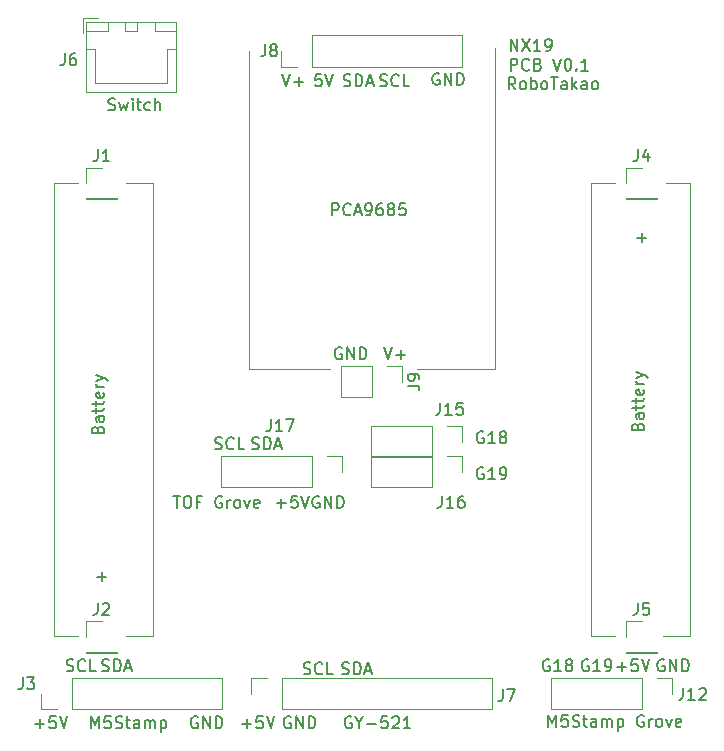
<source format=gbr>
G04 #@! TF.GenerationSoftware,KiCad,Pcbnew,(5.1.4-0-10_14)*
G04 #@! TF.CreationDate,2022-11-21T22:36:57+09:00*
G04 #@! TF.ProjectId,NX19,4e583139-2e6b-4696-9361-645f70636258,rev?*
G04 #@! TF.SameCoordinates,Original*
G04 #@! TF.FileFunction,Legend,Top*
G04 #@! TF.FilePolarity,Positive*
%FSLAX46Y46*%
G04 Gerber Fmt 4.6, Leading zero omitted, Abs format (unit mm)*
G04 Created by KiCad (PCBNEW (5.1.4-0-10_14)) date 2022-11-21 22:36:57*
%MOMM*%
%LPD*%
G04 APERTURE LIST*
%ADD10C,0.150000*%
%ADD11C,0.120000*%
G04 APERTURE END LIST*
D10*
X168529095Y-117610000D02*
X168433857Y-117562380D01*
X168291000Y-117562380D01*
X168148142Y-117610000D01*
X168052904Y-117705238D01*
X168005285Y-117800476D01*
X167957666Y-117990952D01*
X167957666Y-118133809D01*
X168005285Y-118324285D01*
X168052904Y-118419523D01*
X168148142Y-118514761D01*
X168291000Y-118562380D01*
X168386238Y-118562380D01*
X168529095Y-118514761D01*
X168576714Y-118467142D01*
X168576714Y-118133809D01*
X168386238Y-118133809D01*
X169005285Y-118562380D02*
X169005285Y-117562380D01*
X169576714Y-118562380D01*
X169576714Y-117562380D01*
X170052904Y-118562380D02*
X170052904Y-117562380D01*
X170291000Y-117562380D01*
X170433857Y-117610000D01*
X170529095Y-117705238D01*
X170576714Y-117800476D01*
X170624333Y-117990952D01*
X170624333Y-118133809D01*
X170576714Y-118324285D01*
X170529095Y-118419523D01*
X170433857Y-118514761D01*
X170291000Y-118562380D01*
X170052904Y-118562380D01*
X164576285Y-118181428D02*
X165338190Y-118181428D01*
X164957238Y-118562380D02*
X164957238Y-117800476D01*
X166290571Y-117562380D02*
X165814380Y-117562380D01*
X165766761Y-118038571D01*
X165814380Y-117990952D01*
X165909619Y-117943333D01*
X166147714Y-117943333D01*
X166242952Y-117990952D01*
X166290571Y-118038571D01*
X166338190Y-118133809D01*
X166338190Y-118371904D01*
X166290571Y-118467142D01*
X166242952Y-118514761D01*
X166147714Y-118562380D01*
X165909619Y-118562380D01*
X165814380Y-118514761D01*
X165766761Y-118467142D01*
X166623904Y-117562380D02*
X166957238Y-118562380D01*
X167290571Y-117562380D01*
X126992523Y-103719380D02*
X127563952Y-103719380D01*
X127278238Y-104719380D02*
X127278238Y-103719380D01*
X128087761Y-103719380D02*
X128278238Y-103719380D01*
X128373476Y-103767000D01*
X128468714Y-103862238D01*
X128516333Y-104052714D01*
X128516333Y-104386047D01*
X128468714Y-104576523D01*
X128373476Y-104671761D01*
X128278238Y-104719380D01*
X128087761Y-104719380D01*
X127992523Y-104671761D01*
X127897285Y-104576523D01*
X127849666Y-104386047D01*
X127849666Y-104052714D01*
X127897285Y-103862238D01*
X127992523Y-103767000D01*
X128087761Y-103719380D01*
X129278238Y-104195571D02*
X128944904Y-104195571D01*
X128944904Y-104719380D02*
X128944904Y-103719380D01*
X129421095Y-103719380D01*
X131087761Y-103767000D02*
X130992523Y-103719380D01*
X130849666Y-103719380D01*
X130706809Y-103767000D01*
X130611571Y-103862238D01*
X130563952Y-103957476D01*
X130516333Y-104147952D01*
X130516333Y-104290809D01*
X130563952Y-104481285D01*
X130611571Y-104576523D01*
X130706809Y-104671761D01*
X130849666Y-104719380D01*
X130944904Y-104719380D01*
X131087761Y-104671761D01*
X131135380Y-104624142D01*
X131135380Y-104290809D01*
X130944904Y-104290809D01*
X131563952Y-104719380D02*
X131563952Y-104052714D01*
X131563952Y-104243190D02*
X131611571Y-104147952D01*
X131659190Y-104100333D01*
X131754428Y-104052714D01*
X131849666Y-104052714D01*
X132325857Y-104719380D02*
X132230619Y-104671761D01*
X132183000Y-104624142D01*
X132135380Y-104528904D01*
X132135380Y-104243190D01*
X132183000Y-104147952D01*
X132230619Y-104100333D01*
X132325857Y-104052714D01*
X132468714Y-104052714D01*
X132563952Y-104100333D01*
X132611571Y-104147952D01*
X132659190Y-104243190D01*
X132659190Y-104528904D01*
X132611571Y-104624142D01*
X132563952Y-104671761D01*
X132468714Y-104719380D01*
X132325857Y-104719380D01*
X132992523Y-104052714D02*
X133230619Y-104719380D01*
X133468714Y-104052714D01*
X134230619Y-104671761D02*
X134135380Y-104719380D01*
X133944904Y-104719380D01*
X133849666Y-104671761D01*
X133802047Y-104576523D01*
X133802047Y-104195571D01*
X133849666Y-104100333D01*
X133944904Y-104052714D01*
X134135380Y-104052714D01*
X134230619Y-104100333D01*
X134278238Y-104195571D01*
X134278238Y-104290809D01*
X133802047Y-104386047D01*
X130508523Y-99718761D02*
X130651380Y-99766380D01*
X130889476Y-99766380D01*
X130984714Y-99718761D01*
X131032333Y-99671142D01*
X131079952Y-99575904D01*
X131079952Y-99480666D01*
X131032333Y-99385428D01*
X130984714Y-99337809D01*
X130889476Y-99290190D01*
X130699000Y-99242571D01*
X130603761Y-99194952D01*
X130556142Y-99147333D01*
X130508523Y-99052095D01*
X130508523Y-98956857D01*
X130556142Y-98861619D01*
X130603761Y-98814000D01*
X130699000Y-98766380D01*
X130937095Y-98766380D01*
X131079952Y-98814000D01*
X132079952Y-99671142D02*
X132032333Y-99718761D01*
X131889476Y-99766380D01*
X131794238Y-99766380D01*
X131651380Y-99718761D01*
X131556142Y-99623523D01*
X131508523Y-99528285D01*
X131460904Y-99337809D01*
X131460904Y-99194952D01*
X131508523Y-99004476D01*
X131556142Y-98909238D01*
X131651380Y-98814000D01*
X131794238Y-98766380D01*
X131889476Y-98766380D01*
X132032333Y-98814000D01*
X132079952Y-98861619D01*
X132984714Y-99766380D02*
X132508523Y-99766380D01*
X132508523Y-98766380D01*
X133659714Y-99718761D02*
X133802571Y-99766380D01*
X134040666Y-99766380D01*
X134135904Y-99718761D01*
X134183523Y-99671142D01*
X134231142Y-99575904D01*
X134231142Y-99480666D01*
X134183523Y-99385428D01*
X134135904Y-99337809D01*
X134040666Y-99290190D01*
X133850190Y-99242571D01*
X133754952Y-99194952D01*
X133707333Y-99147333D01*
X133659714Y-99052095D01*
X133659714Y-98956857D01*
X133707333Y-98861619D01*
X133754952Y-98814000D01*
X133850190Y-98766380D01*
X134088285Y-98766380D01*
X134231142Y-98814000D01*
X134659714Y-99766380D02*
X134659714Y-98766380D01*
X134897809Y-98766380D01*
X135040666Y-98814000D01*
X135135904Y-98909238D01*
X135183523Y-99004476D01*
X135231142Y-99194952D01*
X135231142Y-99337809D01*
X135183523Y-99528285D01*
X135135904Y-99623523D01*
X135040666Y-99718761D01*
X134897809Y-99766380D01*
X134659714Y-99766380D01*
X135612095Y-99480666D02*
X136088285Y-99480666D01*
X135516857Y-99766380D02*
X135850190Y-98766380D01*
X136183523Y-99766380D01*
X135747285Y-104338428D02*
X136509190Y-104338428D01*
X136128238Y-104719380D02*
X136128238Y-103957476D01*
X137461571Y-103719380D02*
X136985380Y-103719380D01*
X136937761Y-104195571D01*
X136985380Y-104147952D01*
X137080619Y-104100333D01*
X137318714Y-104100333D01*
X137413952Y-104147952D01*
X137461571Y-104195571D01*
X137509190Y-104290809D01*
X137509190Y-104528904D01*
X137461571Y-104624142D01*
X137413952Y-104671761D01*
X137318714Y-104719380D01*
X137080619Y-104719380D01*
X136985380Y-104671761D01*
X136937761Y-104624142D01*
X137794904Y-103719380D02*
X138128238Y-104719380D01*
X138461571Y-103719380D01*
X139319095Y-103767000D02*
X139223857Y-103719380D01*
X139081000Y-103719380D01*
X138938142Y-103767000D01*
X138842904Y-103862238D01*
X138795285Y-103957476D01*
X138747666Y-104147952D01*
X138747666Y-104290809D01*
X138795285Y-104481285D01*
X138842904Y-104576523D01*
X138938142Y-104671761D01*
X139081000Y-104719380D01*
X139176238Y-104719380D01*
X139319095Y-104671761D01*
X139366714Y-104624142D01*
X139366714Y-104290809D01*
X139176238Y-104290809D01*
X139795285Y-104719380D02*
X139795285Y-103719380D01*
X140366714Y-104719380D01*
X140366714Y-103719380D01*
X140842904Y-104719380D02*
X140842904Y-103719380D01*
X141081000Y-103719380D01*
X141223857Y-103767000D01*
X141319095Y-103862238D01*
X141366714Y-103957476D01*
X141414333Y-104147952D01*
X141414333Y-104290809D01*
X141366714Y-104481285D01*
X141319095Y-104576523D01*
X141223857Y-104671761D01*
X141081000Y-104719380D01*
X140842904Y-104719380D01*
X149479095Y-67953000D02*
X149383857Y-67905380D01*
X149241000Y-67905380D01*
X149098142Y-67953000D01*
X149002904Y-68048238D01*
X148955285Y-68143476D01*
X148907666Y-68333952D01*
X148907666Y-68476809D01*
X148955285Y-68667285D01*
X149002904Y-68762523D01*
X149098142Y-68857761D01*
X149241000Y-68905380D01*
X149336238Y-68905380D01*
X149479095Y-68857761D01*
X149526714Y-68810142D01*
X149526714Y-68476809D01*
X149336238Y-68476809D01*
X149955285Y-68905380D02*
X149955285Y-67905380D01*
X150526714Y-68905380D01*
X150526714Y-67905380D01*
X151002904Y-68905380D02*
X151002904Y-67905380D01*
X151241000Y-67905380D01*
X151383857Y-67953000D01*
X151479095Y-68048238D01*
X151526714Y-68143476D01*
X151574333Y-68333952D01*
X151574333Y-68476809D01*
X151526714Y-68667285D01*
X151479095Y-68762523D01*
X151383857Y-68857761D01*
X151241000Y-68905380D01*
X151002904Y-68905380D01*
X144478523Y-68984761D02*
X144621380Y-69032380D01*
X144859476Y-69032380D01*
X144954714Y-68984761D01*
X145002333Y-68937142D01*
X145049952Y-68841904D01*
X145049952Y-68746666D01*
X145002333Y-68651428D01*
X144954714Y-68603809D01*
X144859476Y-68556190D01*
X144669000Y-68508571D01*
X144573761Y-68460952D01*
X144526142Y-68413333D01*
X144478523Y-68318095D01*
X144478523Y-68222857D01*
X144526142Y-68127619D01*
X144573761Y-68080000D01*
X144669000Y-68032380D01*
X144907095Y-68032380D01*
X145049952Y-68080000D01*
X146049952Y-68937142D02*
X146002333Y-68984761D01*
X145859476Y-69032380D01*
X145764238Y-69032380D01*
X145621380Y-68984761D01*
X145526142Y-68889523D01*
X145478523Y-68794285D01*
X145430904Y-68603809D01*
X145430904Y-68460952D01*
X145478523Y-68270476D01*
X145526142Y-68175238D01*
X145621380Y-68080000D01*
X145764238Y-68032380D01*
X145859476Y-68032380D01*
X146002333Y-68080000D01*
X146049952Y-68127619D01*
X146954714Y-69032380D02*
X146478523Y-69032380D01*
X146478523Y-68032380D01*
X141406714Y-68984761D02*
X141549571Y-69032380D01*
X141787666Y-69032380D01*
X141882904Y-68984761D01*
X141930523Y-68937142D01*
X141978142Y-68841904D01*
X141978142Y-68746666D01*
X141930523Y-68651428D01*
X141882904Y-68603809D01*
X141787666Y-68556190D01*
X141597190Y-68508571D01*
X141501952Y-68460952D01*
X141454333Y-68413333D01*
X141406714Y-68318095D01*
X141406714Y-68222857D01*
X141454333Y-68127619D01*
X141501952Y-68080000D01*
X141597190Y-68032380D01*
X141835285Y-68032380D01*
X141978142Y-68080000D01*
X142406714Y-69032380D02*
X142406714Y-68032380D01*
X142644809Y-68032380D01*
X142787666Y-68080000D01*
X142882904Y-68175238D01*
X142930523Y-68270476D01*
X142978142Y-68460952D01*
X142978142Y-68603809D01*
X142930523Y-68794285D01*
X142882904Y-68889523D01*
X142787666Y-68984761D01*
X142644809Y-69032380D01*
X142406714Y-69032380D01*
X143359095Y-68746666D02*
X143835285Y-68746666D01*
X143263857Y-69032380D02*
X143597190Y-68032380D01*
X143930523Y-69032380D01*
X139509523Y-68032380D02*
X139033333Y-68032380D01*
X138985714Y-68508571D01*
X139033333Y-68460952D01*
X139128571Y-68413333D01*
X139366666Y-68413333D01*
X139461904Y-68460952D01*
X139509523Y-68508571D01*
X139557142Y-68603809D01*
X139557142Y-68841904D01*
X139509523Y-68937142D01*
X139461904Y-68984761D01*
X139366666Y-69032380D01*
X139128571Y-69032380D01*
X139033333Y-68984761D01*
X138985714Y-68937142D01*
X139842857Y-68032380D02*
X140176190Y-69032380D01*
X140509523Y-68032380D01*
X136207619Y-68032380D02*
X136540952Y-69032380D01*
X136874285Y-68032380D01*
X137207619Y-68651428D02*
X137969523Y-68651428D01*
X137588571Y-69032380D02*
X137588571Y-68270476D01*
X155940523Y-69286380D02*
X155607190Y-68810190D01*
X155369095Y-69286380D02*
X155369095Y-68286380D01*
X155750047Y-68286380D01*
X155845285Y-68334000D01*
X155892904Y-68381619D01*
X155940523Y-68476857D01*
X155940523Y-68619714D01*
X155892904Y-68714952D01*
X155845285Y-68762571D01*
X155750047Y-68810190D01*
X155369095Y-68810190D01*
X156511952Y-69286380D02*
X156416714Y-69238761D01*
X156369095Y-69191142D01*
X156321476Y-69095904D01*
X156321476Y-68810190D01*
X156369095Y-68714952D01*
X156416714Y-68667333D01*
X156511952Y-68619714D01*
X156654809Y-68619714D01*
X156750047Y-68667333D01*
X156797666Y-68714952D01*
X156845285Y-68810190D01*
X156845285Y-69095904D01*
X156797666Y-69191142D01*
X156750047Y-69238761D01*
X156654809Y-69286380D01*
X156511952Y-69286380D01*
X157273857Y-69286380D02*
X157273857Y-68286380D01*
X157273857Y-68667333D02*
X157369095Y-68619714D01*
X157559571Y-68619714D01*
X157654809Y-68667333D01*
X157702428Y-68714952D01*
X157750047Y-68810190D01*
X157750047Y-69095904D01*
X157702428Y-69191142D01*
X157654809Y-69238761D01*
X157559571Y-69286380D01*
X157369095Y-69286380D01*
X157273857Y-69238761D01*
X158321476Y-69286380D02*
X158226238Y-69238761D01*
X158178619Y-69191142D01*
X158131000Y-69095904D01*
X158131000Y-68810190D01*
X158178619Y-68714952D01*
X158226238Y-68667333D01*
X158321476Y-68619714D01*
X158464333Y-68619714D01*
X158559571Y-68667333D01*
X158607190Y-68714952D01*
X158654809Y-68810190D01*
X158654809Y-69095904D01*
X158607190Y-69191142D01*
X158559571Y-69238761D01*
X158464333Y-69286380D01*
X158321476Y-69286380D01*
X158940523Y-68286380D02*
X159511952Y-68286380D01*
X159226238Y-69286380D02*
X159226238Y-68286380D01*
X160273857Y-69286380D02*
X160273857Y-68762571D01*
X160226238Y-68667333D01*
X160131000Y-68619714D01*
X159940523Y-68619714D01*
X159845285Y-68667333D01*
X160273857Y-69238761D02*
X160178619Y-69286380D01*
X159940523Y-69286380D01*
X159845285Y-69238761D01*
X159797666Y-69143523D01*
X159797666Y-69048285D01*
X159845285Y-68953047D01*
X159940523Y-68905428D01*
X160178619Y-68905428D01*
X160273857Y-68857809D01*
X160750047Y-69286380D02*
X160750047Y-68286380D01*
X160845285Y-68905428D02*
X161131000Y-69286380D01*
X161131000Y-68619714D02*
X160750047Y-69000666D01*
X161988142Y-69286380D02*
X161988142Y-68762571D01*
X161940523Y-68667333D01*
X161845285Y-68619714D01*
X161654809Y-68619714D01*
X161559571Y-68667333D01*
X161988142Y-69238761D02*
X161892904Y-69286380D01*
X161654809Y-69286380D01*
X161559571Y-69238761D01*
X161511952Y-69143523D01*
X161511952Y-69048285D01*
X161559571Y-68953047D01*
X161654809Y-68905428D01*
X161892904Y-68905428D01*
X161988142Y-68857809D01*
X162607190Y-69286380D02*
X162511952Y-69238761D01*
X162464333Y-69191142D01*
X162416714Y-69095904D01*
X162416714Y-68810190D01*
X162464333Y-68714952D01*
X162511952Y-68667333D01*
X162607190Y-68619714D01*
X162750047Y-68619714D01*
X162845285Y-68667333D01*
X162892904Y-68714952D01*
X162940523Y-68810190D01*
X162940523Y-69095904D01*
X162892904Y-69191142D01*
X162845285Y-69238761D01*
X162750047Y-69286380D01*
X162607190Y-69286380D01*
X155529595Y-66048380D02*
X155529595Y-65048380D01*
X156101023Y-66048380D01*
X156101023Y-65048380D01*
X156481976Y-65048380D02*
X157148642Y-66048380D01*
X157148642Y-65048380D02*
X156481976Y-66048380D01*
X158053404Y-66048380D02*
X157481976Y-66048380D01*
X157767690Y-66048380D02*
X157767690Y-65048380D01*
X157672452Y-65191238D01*
X157577214Y-65286476D01*
X157481976Y-65334095D01*
X158529595Y-66048380D02*
X158720071Y-66048380D01*
X158815309Y-66000761D01*
X158862928Y-65953142D01*
X158958166Y-65810285D01*
X159005785Y-65619809D01*
X159005785Y-65238857D01*
X158958166Y-65143619D01*
X158910547Y-65096000D01*
X158815309Y-65048380D01*
X158624833Y-65048380D01*
X158529595Y-65096000D01*
X158481976Y-65143619D01*
X158434357Y-65238857D01*
X158434357Y-65476952D01*
X158481976Y-65572190D01*
X158529595Y-65619809D01*
X158624833Y-65667428D01*
X158815309Y-65667428D01*
X158910547Y-65619809D01*
X158958166Y-65572190D01*
X159005785Y-65476952D01*
X155529595Y-67698380D02*
X155529595Y-66698380D01*
X155910547Y-66698380D01*
X156005785Y-66746000D01*
X156053404Y-66793619D01*
X156101023Y-66888857D01*
X156101023Y-67031714D01*
X156053404Y-67126952D01*
X156005785Y-67174571D01*
X155910547Y-67222190D01*
X155529595Y-67222190D01*
X157101023Y-67603142D02*
X157053404Y-67650761D01*
X156910547Y-67698380D01*
X156815309Y-67698380D01*
X156672452Y-67650761D01*
X156577214Y-67555523D01*
X156529595Y-67460285D01*
X156481976Y-67269809D01*
X156481976Y-67126952D01*
X156529595Y-66936476D01*
X156577214Y-66841238D01*
X156672452Y-66746000D01*
X156815309Y-66698380D01*
X156910547Y-66698380D01*
X157053404Y-66746000D01*
X157101023Y-66793619D01*
X157862928Y-67174571D02*
X158005785Y-67222190D01*
X158053404Y-67269809D01*
X158101023Y-67365047D01*
X158101023Y-67507904D01*
X158053404Y-67603142D01*
X158005785Y-67650761D01*
X157910547Y-67698380D01*
X157529595Y-67698380D01*
X157529595Y-66698380D01*
X157862928Y-66698380D01*
X157958166Y-66746000D01*
X158005785Y-66793619D01*
X158053404Y-66888857D01*
X158053404Y-66984095D01*
X158005785Y-67079333D01*
X157958166Y-67126952D01*
X157862928Y-67174571D01*
X157529595Y-67174571D01*
X159148642Y-66698380D02*
X159481976Y-67698380D01*
X159815309Y-66698380D01*
X160339119Y-66698380D02*
X160434357Y-66698380D01*
X160529595Y-66746000D01*
X160577214Y-66793619D01*
X160624833Y-66888857D01*
X160672452Y-67079333D01*
X160672452Y-67317428D01*
X160624833Y-67507904D01*
X160577214Y-67603142D01*
X160529595Y-67650761D01*
X160434357Y-67698380D01*
X160339119Y-67698380D01*
X160243880Y-67650761D01*
X160196261Y-67603142D01*
X160148642Y-67507904D01*
X160101023Y-67317428D01*
X160101023Y-67079333D01*
X160148642Y-66888857D01*
X160196261Y-66793619D01*
X160243880Y-66746000D01*
X160339119Y-66698380D01*
X161101023Y-67603142D02*
X161148642Y-67650761D01*
X161101023Y-67698380D01*
X161053404Y-67650761D01*
X161101023Y-67603142D01*
X161101023Y-67698380D01*
X162101023Y-67698380D02*
X161529595Y-67698380D01*
X161815309Y-67698380D02*
X161815309Y-66698380D01*
X161720071Y-66841238D01*
X161624833Y-66936476D01*
X161529595Y-66984095D01*
X158821523Y-117610000D02*
X158726285Y-117562380D01*
X158583428Y-117562380D01*
X158440571Y-117610000D01*
X158345333Y-117705238D01*
X158297714Y-117800476D01*
X158250095Y-117990952D01*
X158250095Y-118133809D01*
X158297714Y-118324285D01*
X158345333Y-118419523D01*
X158440571Y-118514761D01*
X158583428Y-118562380D01*
X158678666Y-118562380D01*
X158821523Y-118514761D01*
X158869142Y-118467142D01*
X158869142Y-118133809D01*
X158678666Y-118133809D01*
X159821523Y-118562380D02*
X159250095Y-118562380D01*
X159535809Y-118562380D02*
X159535809Y-117562380D01*
X159440571Y-117705238D01*
X159345333Y-117800476D01*
X159250095Y-117848095D01*
X160392952Y-117990952D02*
X160297714Y-117943333D01*
X160250095Y-117895714D01*
X160202476Y-117800476D01*
X160202476Y-117752857D01*
X160250095Y-117657619D01*
X160297714Y-117610000D01*
X160392952Y-117562380D01*
X160583428Y-117562380D01*
X160678666Y-117610000D01*
X160726285Y-117657619D01*
X160773904Y-117752857D01*
X160773904Y-117800476D01*
X160726285Y-117895714D01*
X160678666Y-117943333D01*
X160583428Y-117990952D01*
X160392952Y-117990952D01*
X160297714Y-118038571D01*
X160250095Y-118086190D01*
X160202476Y-118181428D01*
X160202476Y-118371904D01*
X160250095Y-118467142D01*
X160297714Y-118514761D01*
X160392952Y-118562380D01*
X160583428Y-118562380D01*
X160678666Y-118514761D01*
X160726285Y-118467142D01*
X160773904Y-118371904D01*
X160773904Y-118181428D01*
X160726285Y-118086190D01*
X160678666Y-118038571D01*
X160583428Y-117990952D01*
X162123523Y-117610000D02*
X162028285Y-117562380D01*
X161885428Y-117562380D01*
X161742571Y-117610000D01*
X161647333Y-117705238D01*
X161599714Y-117800476D01*
X161552095Y-117990952D01*
X161552095Y-118133809D01*
X161599714Y-118324285D01*
X161647333Y-118419523D01*
X161742571Y-118514761D01*
X161885428Y-118562380D01*
X161980666Y-118562380D01*
X162123523Y-118514761D01*
X162171142Y-118467142D01*
X162171142Y-118133809D01*
X161980666Y-118133809D01*
X163123523Y-118562380D02*
X162552095Y-118562380D01*
X162837809Y-118562380D02*
X162837809Y-117562380D01*
X162742571Y-117705238D01*
X162647333Y-117800476D01*
X162552095Y-117848095D01*
X163599714Y-118562380D02*
X163790190Y-118562380D01*
X163885428Y-118514761D01*
X163933047Y-118467142D01*
X164028285Y-118324285D01*
X164075904Y-118133809D01*
X164075904Y-117752857D01*
X164028285Y-117657619D01*
X163980666Y-117610000D01*
X163885428Y-117562380D01*
X163694952Y-117562380D01*
X163599714Y-117610000D01*
X163552095Y-117657619D01*
X163504476Y-117752857D01*
X163504476Y-117990952D01*
X163552095Y-118086190D01*
X163599714Y-118133809D01*
X163694952Y-118181428D01*
X163885428Y-118181428D01*
X163980666Y-118133809D01*
X164028285Y-118086190D01*
X164075904Y-117990952D01*
X166243047Y-81859428D02*
X167004952Y-81859428D01*
X166624000Y-82240380D02*
X166624000Y-81478476D01*
X166298571Y-97829428D02*
X166346190Y-97686571D01*
X166393809Y-97638952D01*
X166489047Y-97591333D01*
X166631904Y-97591333D01*
X166727142Y-97638952D01*
X166774761Y-97686571D01*
X166822380Y-97781809D01*
X166822380Y-98162761D01*
X165822380Y-98162761D01*
X165822380Y-97829428D01*
X165870000Y-97734190D01*
X165917619Y-97686571D01*
X166012857Y-97638952D01*
X166108095Y-97638952D01*
X166203333Y-97686571D01*
X166250952Y-97734190D01*
X166298571Y-97829428D01*
X166298571Y-98162761D01*
X166822380Y-96734190D02*
X166298571Y-96734190D01*
X166203333Y-96781809D01*
X166155714Y-96877047D01*
X166155714Y-97067523D01*
X166203333Y-97162761D01*
X166774761Y-96734190D02*
X166822380Y-96829428D01*
X166822380Y-97067523D01*
X166774761Y-97162761D01*
X166679523Y-97210380D01*
X166584285Y-97210380D01*
X166489047Y-97162761D01*
X166441428Y-97067523D01*
X166441428Y-96829428D01*
X166393809Y-96734190D01*
X166155714Y-96400857D02*
X166155714Y-96019904D01*
X165822380Y-96258000D02*
X166679523Y-96258000D01*
X166774761Y-96210380D01*
X166822380Y-96115142D01*
X166822380Y-96019904D01*
X166155714Y-95829428D02*
X166155714Y-95448476D01*
X165822380Y-95686571D02*
X166679523Y-95686571D01*
X166774761Y-95638952D01*
X166822380Y-95543714D01*
X166822380Y-95448476D01*
X166774761Y-94734190D02*
X166822380Y-94829428D01*
X166822380Y-95019904D01*
X166774761Y-95115142D01*
X166679523Y-95162761D01*
X166298571Y-95162761D01*
X166203333Y-95115142D01*
X166155714Y-95019904D01*
X166155714Y-94829428D01*
X166203333Y-94734190D01*
X166298571Y-94686571D01*
X166393809Y-94686571D01*
X166489047Y-95162761D01*
X166822380Y-94258000D02*
X166155714Y-94258000D01*
X166346190Y-94258000D02*
X166250952Y-94210380D01*
X166203333Y-94162761D01*
X166155714Y-94067523D01*
X166155714Y-93972285D01*
X166155714Y-93734190D02*
X166822380Y-93496095D01*
X166155714Y-93258000D02*
X166822380Y-93496095D01*
X167060476Y-93591333D01*
X167108095Y-93638952D01*
X167155714Y-93734190D01*
D11*
X170688000Y-115570000D02*
X168402000Y-115570000D01*
X162306000Y-115570000D02*
X164338000Y-115570000D01*
X162306000Y-77216000D02*
X162306000Y-115570000D01*
X170688000Y-77216000D02*
X170688000Y-115570000D01*
X170688000Y-77216000D02*
X168656000Y-77216000D01*
X164338000Y-77216000D02*
X162306000Y-77216000D01*
D10*
X120523047Y-110561428D02*
X121284952Y-110561428D01*
X120904000Y-110942380D02*
X120904000Y-110180476D01*
X120578571Y-98083428D02*
X120626190Y-97940571D01*
X120673809Y-97892952D01*
X120769047Y-97845333D01*
X120911904Y-97845333D01*
X121007142Y-97892952D01*
X121054761Y-97940571D01*
X121102380Y-98035809D01*
X121102380Y-98416761D01*
X120102380Y-98416761D01*
X120102380Y-98083428D01*
X120150000Y-97988190D01*
X120197619Y-97940571D01*
X120292857Y-97892952D01*
X120388095Y-97892952D01*
X120483333Y-97940571D01*
X120530952Y-97988190D01*
X120578571Y-98083428D01*
X120578571Y-98416761D01*
X121102380Y-96988190D02*
X120578571Y-96988190D01*
X120483333Y-97035809D01*
X120435714Y-97131047D01*
X120435714Y-97321523D01*
X120483333Y-97416761D01*
X121054761Y-96988190D02*
X121102380Y-97083428D01*
X121102380Y-97321523D01*
X121054761Y-97416761D01*
X120959523Y-97464380D01*
X120864285Y-97464380D01*
X120769047Y-97416761D01*
X120721428Y-97321523D01*
X120721428Y-97083428D01*
X120673809Y-96988190D01*
X120435714Y-96654857D02*
X120435714Y-96273904D01*
X120102380Y-96512000D02*
X120959523Y-96512000D01*
X121054761Y-96464380D01*
X121102380Y-96369142D01*
X121102380Y-96273904D01*
X120435714Y-96083428D02*
X120435714Y-95702476D01*
X120102380Y-95940571D02*
X120959523Y-95940571D01*
X121054761Y-95892952D01*
X121102380Y-95797714D01*
X121102380Y-95702476D01*
X121054761Y-94988190D02*
X121102380Y-95083428D01*
X121102380Y-95273904D01*
X121054761Y-95369142D01*
X120959523Y-95416761D01*
X120578571Y-95416761D01*
X120483333Y-95369142D01*
X120435714Y-95273904D01*
X120435714Y-95083428D01*
X120483333Y-94988190D01*
X120578571Y-94940571D01*
X120673809Y-94940571D01*
X120769047Y-95416761D01*
X121102380Y-94512000D02*
X120435714Y-94512000D01*
X120626190Y-94512000D02*
X120530952Y-94464380D01*
X120483333Y-94416761D01*
X120435714Y-94321523D01*
X120435714Y-94226285D01*
X120435714Y-93988190D02*
X121102380Y-93750095D01*
X120435714Y-93512000D02*
X121102380Y-93750095D01*
X121340476Y-93845333D01*
X121388095Y-93892952D01*
X121435714Y-93988190D01*
D11*
X125222000Y-115570000D02*
X122936000Y-115570000D01*
X125222000Y-77216000D02*
X125222000Y-115570000D01*
X122936000Y-77216000D02*
X125222000Y-77216000D01*
X116840000Y-115570000D02*
X118872000Y-115570000D01*
X116840000Y-77216000D02*
X116840000Y-115570000D01*
X118872000Y-77216000D02*
X116840000Y-77216000D01*
X154178000Y-92964000D02*
X154178000Y-65786000D01*
X147574000Y-92964000D02*
X154178000Y-92964000D01*
X133350000Y-92964000D02*
X140208000Y-92964000D01*
X133350000Y-66040000D02*
X133350000Y-92964000D01*
D10*
X140414761Y-79954380D02*
X140414761Y-78954380D01*
X140795714Y-78954380D01*
X140890952Y-79002000D01*
X140938571Y-79049619D01*
X140986190Y-79144857D01*
X140986190Y-79287714D01*
X140938571Y-79382952D01*
X140890952Y-79430571D01*
X140795714Y-79478190D01*
X140414761Y-79478190D01*
X141986190Y-79859142D02*
X141938571Y-79906761D01*
X141795714Y-79954380D01*
X141700476Y-79954380D01*
X141557619Y-79906761D01*
X141462380Y-79811523D01*
X141414761Y-79716285D01*
X141367142Y-79525809D01*
X141367142Y-79382952D01*
X141414761Y-79192476D01*
X141462380Y-79097238D01*
X141557619Y-79002000D01*
X141700476Y-78954380D01*
X141795714Y-78954380D01*
X141938571Y-79002000D01*
X141986190Y-79049619D01*
X142367142Y-79668666D02*
X142843333Y-79668666D01*
X142271904Y-79954380D02*
X142605238Y-78954380D01*
X142938571Y-79954380D01*
X143319523Y-79954380D02*
X143510000Y-79954380D01*
X143605238Y-79906761D01*
X143652857Y-79859142D01*
X143748095Y-79716285D01*
X143795714Y-79525809D01*
X143795714Y-79144857D01*
X143748095Y-79049619D01*
X143700476Y-79002000D01*
X143605238Y-78954380D01*
X143414761Y-78954380D01*
X143319523Y-79002000D01*
X143271904Y-79049619D01*
X143224285Y-79144857D01*
X143224285Y-79382952D01*
X143271904Y-79478190D01*
X143319523Y-79525809D01*
X143414761Y-79573428D01*
X143605238Y-79573428D01*
X143700476Y-79525809D01*
X143748095Y-79478190D01*
X143795714Y-79382952D01*
X144652857Y-78954380D02*
X144462380Y-78954380D01*
X144367142Y-79002000D01*
X144319523Y-79049619D01*
X144224285Y-79192476D01*
X144176666Y-79382952D01*
X144176666Y-79763904D01*
X144224285Y-79859142D01*
X144271904Y-79906761D01*
X144367142Y-79954380D01*
X144557619Y-79954380D01*
X144652857Y-79906761D01*
X144700476Y-79859142D01*
X144748095Y-79763904D01*
X144748095Y-79525809D01*
X144700476Y-79430571D01*
X144652857Y-79382952D01*
X144557619Y-79335333D01*
X144367142Y-79335333D01*
X144271904Y-79382952D01*
X144224285Y-79430571D01*
X144176666Y-79525809D01*
X145319523Y-79382952D02*
X145224285Y-79335333D01*
X145176666Y-79287714D01*
X145129047Y-79192476D01*
X145129047Y-79144857D01*
X145176666Y-79049619D01*
X145224285Y-79002000D01*
X145319523Y-78954380D01*
X145510000Y-78954380D01*
X145605238Y-79002000D01*
X145652857Y-79049619D01*
X145700476Y-79144857D01*
X145700476Y-79192476D01*
X145652857Y-79287714D01*
X145605238Y-79335333D01*
X145510000Y-79382952D01*
X145319523Y-79382952D01*
X145224285Y-79430571D01*
X145176666Y-79478190D01*
X145129047Y-79573428D01*
X145129047Y-79763904D01*
X145176666Y-79859142D01*
X145224285Y-79906761D01*
X145319523Y-79954380D01*
X145510000Y-79954380D01*
X145605238Y-79906761D01*
X145652857Y-79859142D01*
X145700476Y-79763904D01*
X145700476Y-79573428D01*
X145652857Y-79478190D01*
X145605238Y-79430571D01*
X145510000Y-79382952D01*
X146605238Y-78954380D02*
X146129047Y-78954380D01*
X146081428Y-79430571D01*
X146129047Y-79382952D01*
X146224285Y-79335333D01*
X146462380Y-79335333D01*
X146557619Y-79382952D01*
X146605238Y-79430571D01*
X146652857Y-79525809D01*
X146652857Y-79763904D01*
X146605238Y-79859142D01*
X146557619Y-79906761D01*
X146462380Y-79954380D01*
X146224285Y-79954380D01*
X146129047Y-79906761D01*
X146081428Y-79859142D01*
X158742761Y-123261380D02*
X158742761Y-122261380D01*
X159076095Y-122975666D01*
X159409428Y-122261380D01*
X159409428Y-123261380D01*
X160361809Y-122261380D02*
X159885619Y-122261380D01*
X159838000Y-122737571D01*
X159885619Y-122689952D01*
X159980857Y-122642333D01*
X160218952Y-122642333D01*
X160314190Y-122689952D01*
X160361809Y-122737571D01*
X160409428Y-122832809D01*
X160409428Y-123070904D01*
X160361809Y-123166142D01*
X160314190Y-123213761D01*
X160218952Y-123261380D01*
X159980857Y-123261380D01*
X159885619Y-123213761D01*
X159838000Y-123166142D01*
X160790380Y-123213761D02*
X160933238Y-123261380D01*
X161171333Y-123261380D01*
X161266571Y-123213761D01*
X161314190Y-123166142D01*
X161361809Y-123070904D01*
X161361809Y-122975666D01*
X161314190Y-122880428D01*
X161266571Y-122832809D01*
X161171333Y-122785190D01*
X160980857Y-122737571D01*
X160885619Y-122689952D01*
X160838000Y-122642333D01*
X160790380Y-122547095D01*
X160790380Y-122451857D01*
X160838000Y-122356619D01*
X160885619Y-122309000D01*
X160980857Y-122261380D01*
X161218952Y-122261380D01*
X161361809Y-122309000D01*
X161647523Y-122594714D02*
X162028476Y-122594714D01*
X161790380Y-122261380D02*
X161790380Y-123118523D01*
X161838000Y-123213761D01*
X161933238Y-123261380D01*
X162028476Y-123261380D01*
X162790380Y-123261380D02*
X162790380Y-122737571D01*
X162742761Y-122642333D01*
X162647523Y-122594714D01*
X162457047Y-122594714D01*
X162361809Y-122642333D01*
X162790380Y-123213761D02*
X162695142Y-123261380D01*
X162457047Y-123261380D01*
X162361809Y-123213761D01*
X162314190Y-123118523D01*
X162314190Y-123023285D01*
X162361809Y-122928047D01*
X162457047Y-122880428D01*
X162695142Y-122880428D01*
X162790380Y-122832809D01*
X163266571Y-123261380D02*
X163266571Y-122594714D01*
X163266571Y-122689952D02*
X163314190Y-122642333D01*
X163409428Y-122594714D01*
X163552285Y-122594714D01*
X163647523Y-122642333D01*
X163695142Y-122737571D01*
X163695142Y-123261380D01*
X163695142Y-122737571D02*
X163742761Y-122642333D01*
X163838000Y-122594714D01*
X163980857Y-122594714D01*
X164076095Y-122642333D01*
X164123714Y-122737571D01*
X164123714Y-123261380D01*
X164599904Y-122594714D02*
X164599904Y-123594714D01*
X164599904Y-122642333D02*
X164695142Y-122594714D01*
X164885619Y-122594714D01*
X164980857Y-122642333D01*
X165028476Y-122689952D01*
X165076095Y-122785190D01*
X165076095Y-123070904D01*
X165028476Y-123166142D01*
X164980857Y-123213761D01*
X164885619Y-123261380D01*
X164695142Y-123261380D01*
X164599904Y-123213761D01*
X166790380Y-122309000D02*
X166695142Y-122261380D01*
X166552285Y-122261380D01*
X166409428Y-122309000D01*
X166314190Y-122404238D01*
X166266571Y-122499476D01*
X166218952Y-122689952D01*
X166218952Y-122832809D01*
X166266571Y-123023285D01*
X166314190Y-123118523D01*
X166409428Y-123213761D01*
X166552285Y-123261380D01*
X166647523Y-123261380D01*
X166790380Y-123213761D01*
X166838000Y-123166142D01*
X166838000Y-122832809D01*
X166647523Y-122832809D01*
X167266571Y-123261380D02*
X167266571Y-122594714D01*
X167266571Y-122785190D02*
X167314190Y-122689952D01*
X167361809Y-122642333D01*
X167457047Y-122594714D01*
X167552285Y-122594714D01*
X168028476Y-123261380D02*
X167933238Y-123213761D01*
X167885619Y-123166142D01*
X167838000Y-123070904D01*
X167838000Y-122785190D01*
X167885619Y-122689952D01*
X167933238Y-122642333D01*
X168028476Y-122594714D01*
X168171333Y-122594714D01*
X168266571Y-122642333D01*
X168314190Y-122689952D01*
X168361809Y-122785190D01*
X168361809Y-123070904D01*
X168314190Y-123166142D01*
X168266571Y-123213761D01*
X168171333Y-123261380D01*
X168028476Y-123261380D01*
X168695142Y-122594714D02*
X168933238Y-123261380D01*
X169171333Y-122594714D01*
X169933238Y-123213761D02*
X169838000Y-123261380D01*
X169647523Y-123261380D01*
X169552285Y-123213761D01*
X169504666Y-123118523D01*
X169504666Y-122737571D01*
X169552285Y-122642333D01*
X169647523Y-122594714D01*
X169838000Y-122594714D01*
X169933238Y-122642333D01*
X169980857Y-122737571D01*
X169980857Y-122832809D01*
X169504666Y-122928047D01*
X142057714Y-122436000D02*
X141962476Y-122388380D01*
X141819619Y-122388380D01*
X141676761Y-122436000D01*
X141581523Y-122531238D01*
X141533904Y-122626476D01*
X141486285Y-122816952D01*
X141486285Y-122959809D01*
X141533904Y-123150285D01*
X141581523Y-123245523D01*
X141676761Y-123340761D01*
X141819619Y-123388380D01*
X141914857Y-123388380D01*
X142057714Y-123340761D01*
X142105333Y-123293142D01*
X142105333Y-122959809D01*
X141914857Y-122959809D01*
X142724380Y-122912190D02*
X142724380Y-123388380D01*
X142391047Y-122388380D02*
X142724380Y-122912190D01*
X143057714Y-122388380D01*
X143391047Y-123007428D02*
X144152952Y-123007428D01*
X145105333Y-122388380D02*
X144629142Y-122388380D01*
X144581523Y-122864571D01*
X144629142Y-122816952D01*
X144724380Y-122769333D01*
X144962476Y-122769333D01*
X145057714Y-122816952D01*
X145105333Y-122864571D01*
X145152952Y-122959809D01*
X145152952Y-123197904D01*
X145105333Y-123293142D01*
X145057714Y-123340761D01*
X144962476Y-123388380D01*
X144724380Y-123388380D01*
X144629142Y-123340761D01*
X144581523Y-123293142D01*
X145533904Y-122483619D02*
X145581523Y-122436000D01*
X145676761Y-122388380D01*
X145914857Y-122388380D01*
X146010095Y-122436000D01*
X146057714Y-122483619D01*
X146105333Y-122578857D01*
X146105333Y-122674095D01*
X146057714Y-122816952D01*
X145486285Y-123388380D01*
X146105333Y-123388380D01*
X147057714Y-123388380D02*
X146486285Y-123388380D01*
X146772000Y-123388380D02*
X146772000Y-122388380D01*
X146676761Y-122531238D01*
X146581523Y-122626476D01*
X146486285Y-122674095D01*
X120047142Y-123388380D02*
X120047142Y-122388380D01*
X120380476Y-123102666D01*
X120713809Y-122388380D01*
X120713809Y-123388380D01*
X121666190Y-122388380D02*
X121190000Y-122388380D01*
X121142380Y-122864571D01*
X121190000Y-122816952D01*
X121285238Y-122769333D01*
X121523333Y-122769333D01*
X121618571Y-122816952D01*
X121666190Y-122864571D01*
X121713809Y-122959809D01*
X121713809Y-123197904D01*
X121666190Y-123293142D01*
X121618571Y-123340761D01*
X121523333Y-123388380D01*
X121285238Y-123388380D01*
X121190000Y-123340761D01*
X121142380Y-123293142D01*
X122094761Y-123340761D02*
X122237619Y-123388380D01*
X122475714Y-123388380D01*
X122570952Y-123340761D01*
X122618571Y-123293142D01*
X122666190Y-123197904D01*
X122666190Y-123102666D01*
X122618571Y-123007428D01*
X122570952Y-122959809D01*
X122475714Y-122912190D01*
X122285238Y-122864571D01*
X122190000Y-122816952D01*
X122142380Y-122769333D01*
X122094761Y-122674095D01*
X122094761Y-122578857D01*
X122142380Y-122483619D01*
X122190000Y-122436000D01*
X122285238Y-122388380D01*
X122523333Y-122388380D01*
X122666190Y-122436000D01*
X122951904Y-122721714D02*
X123332857Y-122721714D01*
X123094761Y-122388380D02*
X123094761Y-123245523D01*
X123142380Y-123340761D01*
X123237619Y-123388380D01*
X123332857Y-123388380D01*
X124094761Y-123388380D02*
X124094761Y-122864571D01*
X124047142Y-122769333D01*
X123951904Y-122721714D01*
X123761428Y-122721714D01*
X123666190Y-122769333D01*
X124094761Y-123340761D02*
X123999523Y-123388380D01*
X123761428Y-123388380D01*
X123666190Y-123340761D01*
X123618571Y-123245523D01*
X123618571Y-123150285D01*
X123666190Y-123055047D01*
X123761428Y-123007428D01*
X123999523Y-123007428D01*
X124094761Y-122959809D01*
X124570952Y-123388380D02*
X124570952Y-122721714D01*
X124570952Y-122816952D02*
X124618571Y-122769333D01*
X124713809Y-122721714D01*
X124856666Y-122721714D01*
X124951904Y-122769333D01*
X124999523Y-122864571D01*
X124999523Y-123388380D01*
X124999523Y-122864571D02*
X125047142Y-122769333D01*
X125142380Y-122721714D01*
X125285238Y-122721714D01*
X125380476Y-122769333D01*
X125428095Y-122864571D01*
X125428095Y-123388380D01*
X125904285Y-122721714D02*
X125904285Y-123721714D01*
X125904285Y-122769333D02*
X125999523Y-122721714D01*
X126189999Y-122721714D01*
X126285238Y-122769333D01*
X126332857Y-122816952D01*
X126380476Y-122912190D01*
X126380476Y-123197904D01*
X126332857Y-123293142D01*
X126285238Y-123340761D01*
X126189999Y-123388380D01*
X125999523Y-123388380D01*
X125904285Y-123340761D01*
X141279714Y-118768761D02*
X141422571Y-118816380D01*
X141660666Y-118816380D01*
X141755904Y-118768761D01*
X141803523Y-118721142D01*
X141851142Y-118625904D01*
X141851142Y-118530666D01*
X141803523Y-118435428D01*
X141755904Y-118387809D01*
X141660666Y-118340190D01*
X141470190Y-118292571D01*
X141374952Y-118244952D01*
X141327333Y-118197333D01*
X141279714Y-118102095D01*
X141279714Y-118006857D01*
X141327333Y-117911619D01*
X141374952Y-117864000D01*
X141470190Y-117816380D01*
X141708285Y-117816380D01*
X141851142Y-117864000D01*
X142279714Y-118816380D02*
X142279714Y-117816380D01*
X142517809Y-117816380D01*
X142660666Y-117864000D01*
X142755904Y-117959238D01*
X142803523Y-118054476D01*
X142851142Y-118244952D01*
X142851142Y-118387809D01*
X142803523Y-118578285D01*
X142755904Y-118673523D01*
X142660666Y-118768761D01*
X142517809Y-118816380D01*
X142279714Y-118816380D01*
X143232095Y-118530666D02*
X143708285Y-118530666D01*
X143136857Y-118816380D02*
X143470190Y-117816380D01*
X143803523Y-118816380D01*
X138001523Y-118768761D02*
X138144380Y-118816380D01*
X138382476Y-118816380D01*
X138477714Y-118768761D01*
X138525333Y-118721142D01*
X138572952Y-118625904D01*
X138572952Y-118530666D01*
X138525333Y-118435428D01*
X138477714Y-118387809D01*
X138382476Y-118340190D01*
X138192000Y-118292571D01*
X138096761Y-118244952D01*
X138049142Y-118197333D01*
X138001523Y-118102095D01*
X138001523Y-118006857D01*
X138049142Y-117911619D01*
X138096761Y-117864000D01*
X138192000Y-117816380D01*
X138430095Y-117816380D01*
X138572952Y-117864000D01*
X139572952Y-118721142D02*
X139525333Y-118768761D01*
X139382476Y-118816380D01*
X139287238Y-118816380D01*
X139144380Y-118768761D01*
X139049142Y-118673523D01*
X139001523Y-118578285D01*
X138953904Y-118387809D01*
X138953904Y-118244952D01*
X139001523Y-118054476D01*
X139049142Y-117959238D01*
X139144380Y-117864000D01*
X139287238Y-117816380D01*
X139382476Y-117816380D01*
X139525333Y-117864000D01*
X139572952Y-117911619D01*
X140477714Y-118816380D02*
X140001523Y-118816380D01*
X140001523Y-117816380D01*
X136906095Y-122436000D02*
X136810857Y-122388380D01*
X136668000Y-122388380D01*
X136525142Y-122436000D01*
X136429904Y-122531238D01*
X136382285Y-122626476D01*
X136334666Y-122816952D01*
X136334666Y-122959809D01*
X136382285Y-123150285D01*
X136429904Y-123245523D01*
X136525142Y-123340761D01*
X136668000Y-123388380D01*
X136763238Y-123388380D01*
X136906095Y-123340761D01*
X136953714Y-123293142D01*
X136953714Y-122959809D01*
X136763238Y-122959809D01*
X137382285Y-123388380D02*
X137382285Y-122388380D01*
X137953714Y-123388380D01*
X137953714Y-122388380D01*
X138429904Y-123388380D02*
X138429904Y-122388380D01*
X138668000Y-122388380D01*
X138810857Y-122436000D01*
X138906095Y-122531238D01*
X138953714Y-122626476D01*
X139001333Y-122816952D01*
X139001333Y-122959809D01*
X138953714Y-123150285D01*
X138906095Y-123245523D01*
X138810857Y-123340761D01*
X138668000Y-123388380D01*
X138429904Y-123388380D01*
X132826285Y-123007428D02*
X133588190Y-123007428D01*
X133207238Y-123388380D02*
X133207238Y-122626476D01*
X134540571Y-122388380D02*
X134064380Y-122388380D01*
X134016761Y-122864571D01*
X134064380Y-122816952D01*
X134159619Y-122769333D01*
X134397714Y-122769333D01*
X134492952Y-122816952D01*
X134540571Y-122864571D01*
X134588190Y-122959809D01*
X134588190Y-123197904D01*
X134540571Y-123293142D01*
X134492952Y-123340761D01*
X134397714Y-123388380D01*
X134159619Y-123388380D01*
X134064380Y-123340761D01*
X134016761Y-123293142D01*
X134873904Y-122388380D02*
X135207238Y-123388380D01*
X135540571Y-122388380D01*
X129032095Y-122436000D02*
X128936857Y-122388380D01*
X128794000Y-122388380D01*
X128651142Y-122436000D01*
X128555904Y-122531238D01*
X128508285Y-122626476D01*
X128460666Y-122816952D01*
X128460666Y-122959809D01*
X128508285Y-123150285D01*
X128555904Y-123245523D01*
X128651142Y-123340761D01*
X128794000Y-123388380D01*
X128889238Y-123388380D01*
X129032095Y-123340761D01*
X129079714Y-123293142D01*
X129079714Y-122959809D01*
X128889238Y-122959809D01*
X129508285Y-123388380D02*
X129508285Y-122388380D01*
X130079714Y-123388380D01*
X130079714Y-122388380D01*
X130555904Y-123388380D02*
X130555904Y-122388380D01*
X130794000Y-122388380D01*
X130936857Y-122436000D01*
X131032095Y-122531238D01*
X131079714Y-122626476D01*
X131127333Y-122816952D01*
X131127333Y-122959809D01*
X131079714Y-123150285D01*
X131032095Y-123245523D01*
X130936857Y-123340761D01*
X130794000Y-123388380D01*
X130555904Y-123388380D01*
X115300285Y-123007428D02*
X116062190Y-123007428D01*
X115681238Y-123388380D02*
X115681238Y-122626476D01*
X117014571Y-122388380D02*
X116538380Y-122388380D01*
X116490761Y-122864571D01*
X116538380Y-122816952D01*
X116633619Y-122769333D01*
X116871714Y-122769333D01*
X116966952Y-122816952D01*
X117014571Y-122864571D01*
X117062190Y-122959809D01*
X117062190Y-123197904D01*
X117014571Y-123293142D01*
X116966952Y-123340761D01*
X116871714Y-123388380D01*
X116633619Y-123388380D01*
X116538380Y-123340761D01*
X116490761Y-123293142D01*
X117347904Y-122388380D02*
X117681238Y-123388380D01*
X118014571Y-122388380D01*
X117935523Y-118514761D02*
X118078380Y-118562380D01*
X118316476Y-118562380D01*
X118411714Y-118514761D01*
X118459333Y-118467142D01*
X118506952Y-118371904D01*
X118506952Y-118276666D01*
X118459333Y-118181428D01*
X118411714Y-118133809D01*
X118316476Y-118086190D01*
X118126000Y-118038571D01*
X118030761Y-117990952D01*
X117983142Y-117943333D01*
X117935523Y-117848095D01*
X117935523Y-117752857D01*
X117983142Y-117657619D01*
X118030761Y-117610000D01*
X118126000Y-117562380D01*
X118364095Y-117562380D01*
X118506952Y-117610000D01*
X119506952Y-118467142D02*
X119459333Y-118514761D01*
X119316476Y-118562380D01*
X119221238Y-118562380D01*
X119078380Y-118514761D01*
X118983142Y-118419523D01*
X118935523Y-118324285D01*
X118887904Y-118133809D01*
X118887904Y-117990952D01*
X118935523Y-117800476D01*
X118983142Y-117705238D01*
X119078380Y-117610000D01*
X119221238Y-117562380D01*
X119316476Y-117562380D01*
X119459333Y-117610000D01*
X119506952Y-117657619D01*
X120411714Y-118562380D02*
X119935523Y-118562380D01*
X119935523Y-117562380D01*
X120959714Y-118514761D02*
X121102571Y-118562380D01*
X121340666Y-118562380D01*
X121435904Y-118514761D01*
X121483523Y-118467142D01*
X121531142Y-118371904D01*
X121531142Y-118276666D01*
X121483523Y-118181428D01*
X121435904Y-118133809D01*
X121340666Y-118086190D01*
X121150190Y-118038571D01*
X121054952Y-117990952D01*
X121007333Y-117943333D01*
X120959714Y-117848095D01*
X120959714Y-117752857D01*
X121007333Y-117657619D01*
X121054952Y-117610000D01*
X121150190Y-117562380D01*
X121388285Y-117562380D01*
X121531142Y-117610000D01*
X121959714Y-118562380D02*
X121959714Y-117562380D01*
X122197809Y-117562380D01*
X122340666Y-117610000D01*
X122435904Y-117705238D01*
X122483523Y-117800476D01*
X122531142Y-117990952D01*
X122531142Y-118133809D01*
X122483523Y-118324285D01*
X122435904Y-118419523D01*
X122340666Y-118514761D01*
X122197809Y-118562380D01*
X121959714Y-118562380D01*
X122912095Y-118276666D02*
X123388285Y-118276666D01*
X122816857Y-118562380D02*
X123150190Y-117562380D01*
X123483523Y-118562380D01*
X121483714Y-71016761D02*
X121626571Y-71064380D01*
X121864666Y-71064380D01*
X121959904Y-71016761D01*
X122007523Y-70969142D01*
X122055142Y-70873904D01*
X122055142Y-70778666D01*
X122007523Y-70683428D01*
X121959904Y-70635809D01*
X121864666Y-70588190D01*
X121674190Y-70540571D01*
X121578952Y-70492952D01*
X121531333Y-70445333D01*
X121483714Y-70350095D01*
X121483714Y-70254857D01*
X121531333Y-70159619D01*
X121578952Y-70112000D01*
X121674190Y-70064380D01*
X121912285Y-70064380D01*
X122055142Y-70112000D01*
X122388476Y-70397714D02*
X122578952Y-71064380D01*
X122769428Y-70588190D01*
X122959904Y-71064380D01*
X123150380Y-70397714D01*
X123531333Y-71064380D02*
X123531333Y-70397714D01*
X123531333Y-70064380D02*
X123483714Y-70112000D01*
X123531333Y-70159619D01*
X123578952Y-70112000D01*
X123531333Y-70064380D01*
X123531333Y-70159619D01*
X123864666Y-70397714D02*
X124245619Y-70397714D01*
X124007523Y-70064380D02*
X124007523Y-70921523D01*
X124055142Y-71016761D01*
X124150380Y-71064380D01*
X124245619Y-71064380D01*
X125007523Y-71016761D02*
X124912285Y-71064380D01*
X124721809Y-71064380D01*
X124626571Y-71016761D01*
X124578952Y-70969142D01*
X124531333Y-70873904D01*
X124531333Y-70588190D01*
X124578952Y-70492952D01*
X124626571Y-70445333D01*
X124721809Y-70397714D01*
X124912285Y-70397714D01*
X125007523Y-70445333D01*
X125436095Y-71064380D02*
X125436095Y-70064380D01*
X125864666Y-71064380D02*
X125864666Y-70540571D01*
X125817047Y-70445333D01*
X125721809Y-70397714D01*
X125578952Y-70397714D01*
X125483714Y-70445333D01*
X125436095Y-70492952D01*
X141224095Y-91194000D02*
X141128857Y-91146380D01*
X140986000Y-91146380D01*
X140843142Y-91194000D01*
X140747904Y-91289238D01*
X140700285Y-91384476D01*
X140652666Y-91574952D01*
X140652666Y-91717809D01*
X140700285Y-91908285D01*
X140747904Y-92003523D01*
X140843142Y-92098761D01*
X140986000Y-92146380D01*
X141081238Y-92146380D01*
X141224095Y-92098761D01*
X141271714Y-92051142D01*
X141271714Y-91717809D01*
X141081238Y-91717809D01*
X141700285Y-92146380D02*
X141700285Y-91146380D01*
X142271714Y-92146380D01*
X142271714Y-91146380D01*
X142747904Y-92146380D02*
X142747904Y-91146380D01*
X142986000Y-91146380D01*
X143128857Y-91194000D01*
X143224095Y-91289238D01*
X143271714Y-91384476D01*
X143319333Y-91574952D01*
X143319333Y-91717809D01*
X143271714Y-91908285D01*
X143224095Y-92003523D01*
X143128857Y-92098761D01*
X142986000Y-92146380D01*
X142747904Y-92146380D01*
X144843619Y-91146380D02*
X145176952Y-92146380D01*
X145510285Y-91146380D01*
X145843619Y-91765428D02*
X146605523Y-91765428D01*
X146224571Y-92146380D02*
X146224571Y-91384476D01*
X153233523Y-101354000D02*
X153138285Y-101306380D01*
X152995428Y-101306380D01*
X152852571Y-101354000D01*
X152757333Y-101449238D01*
X152709714Y-101544476D01*
X152662095Y-101734952D01*
X152662095Y-101877809D01*
X152709714Y-102068285D01*
X152757333Y-102163523D01*
X152852571Y-102258761D01*
X152995428Y-102306380D01*
X153090666Y-102306380D01*
X153233523Y-102258761D01*
X153281142Y-102211142D01*
X153281142Y-101877809D01*
X153090666Y-101877809D01*
X154233523Y-102306380D02*
X153662095Y-102306380D01*
X153947809Y-102306380D02*
X153947809Y-101306380D01*
X153852571Y-101449238D01*
X153757333Y-101544476D01*
X153662095Y-101592095D01*
X154709714Y-102306380D02*
X154900190Y-102306380D01*
X154995428Y-102258761D01*
X155043047Y-102211142D01*
X155138285Y-102068285D01*
X155185904Y-101877809D01*
X155185904Y-101496857D01*
X155138285Y-101401619D01*
X155090666Y-101354000D01*
X154995428Y-101306380D01*
X154804952Y-101306380D01*
X154709714Y-101354000D01*
X154662095Y-101401619D01*
X154614476Y-101496857D01*
X154614476Y-101734952D01*
X154662095Y-101830190D01*
X154709714Y-101877809D01*
X154804952Y-101925428D01*
X154995428Y-101925428D01*
X155090666Y-101877809D01*
X155138285Y-101830190D01*
X155185904Y-101734952D01*
X153233523Y-98306000D02*
X153138285Y-98258380D01*
X152995428Y-98258380D01*
X152852571Y-98306000D01*
X152757333Y-98401238D01*
X152709714Y-98496476D01*
X152662095Y-98686952D01*
X152662095Y-98829809D01*
X152709714Y-99020285D01*
X152757333Y-99115523D01*
X152852571Y-99210761D01*
X152995428Y-99258380D01*
X153090666Y-99258380D01*
X153233523Y-99210761D01*
X153281142Y-99163142D01*
X153281142Y-98829809D01*
X153090666Y-98829809D01*
X154233523Y-99258380D02*
X153662095Y-99258380D01*
X153947809Y-99258380D02*
X153947809Y-98258380D01*
X153852571Y-98401238D01*
X153757333Y-98496476D01*
X153662095Y-98544095D01*
X154804952Y-98686952D02*
X154709714Y-98639333D01*
X154662095Y-98591714D01*
X154614476Y-98496476D01*
X154614476Y-98448857D01*
X154662095Y-98353619D01*
X154709714Y-98306000D01*
X154804952Y-98258380D01*
X154995428Y-98258380D01*
X155090666Y-98306000D01*
X155138285Y-98353619D01*
X155185904Y-98448857D01*
X155185904Y-98496476D01*
X155138285Y-98591714D01*
X155090666Y-98639333D01*
X154995428Y-98686952D01*
X154804952Y-98686952D01*
X154709714Y-98734571D01*
X154662095Y-98782190D01*
X154614476Y-98877428D01*
X154614476Y-99067904D01*
X154662095Y-99163142D01*
X154709714Y-99210761D01*
X154804952Y-99258380D01*
X154995428Y-99258380D01*
X155090666Y-99210761D01*
X155138285Y-99163142D01*
X155185904Y-99067904D01*
X155185904Y-98877428D01*
X155138285Y-98782190D01*
X155090666Y-98734571D01*
X154995428Y-98686952D01*
D11*
X141284000Y-100330000D02*
X141284000Y-101660000D01*
X139954000Y-100330000D02*
X141284000Y-100330000D01*
X138684000Y-100330000D02*
X138684000Y-102990000D01*
X138684000Y-102990000D02*
X131004000Y-102990000D01*
X138684000Y-100330000D02*
X131004000Y-100330000D01*
X131004000Y-100330000D02*
X131004000Y-102990000D01*
X151444000Y-100330000D02*
X151444000Y-101660000D01*
X150114000Y-100330000D02*
X151444000Y-100330000D01*
X148844000Y-100330000D02*
X148844000Y-102990000D01*
X148844000Y-102990000D02*
X143704000Y-102990000D01*
X148844000Y-100330000D02*
X143704000Y-100330000D01*
X143704000Y-100330000D02*
X143704000Y-102990000D01*
X151444000Y-97790000D02*
X151444000Y-99120000D01*
X150114000Y-97790000D02*
X151444000Y-97790000D01*
X148844000Y-97790000D02*
X148844000Y-100450000D01*
X148844000Y-100450000D02*
X143704000Y-100450000D01*
X148844000Y-97790000D02*
X143704000Y-97790000D01*
X143704000Y-97790000D02*
X143704000Y-100450000D01*
X169224000Y-119130000D02*
X169224000Y-120460000D01*
X167894000Y-119130000D02*
X169224000Y-119130000D01*
X166624000Y-119130000D02*
X166624000Y-121790000D01*
X166624000Y-121790000D02*
X158944000Y-121790000D01*
X166624000Y-119130000D02*
X158944000Y-119130000D01*
X158944000Y-119130000D02*
X158944000Y-121790000D01*
X146364000Y-92710000D02*
X146364000Y-94040000D01*
X145034000Y-92710000D02*
X146364000Y-92710000D01*
X143764000Y-92710000D02*
X143764000Y-95370000D01*
X143764000Y-95370000D02*
X141164000Y-95370000D01*
X143764000Y-92710000D02*
X141164000Y-92710000D01*
X141164000Y-92710000D02*
X141164000Y-95370000D01*
X136084000Y-67370000D02*
X136084000Y-66040000D01*
X137414000Y-67370000D02*
X136084000Y-67370000D01*
X138684000Y-67370000D02*
X138684000Y-64710000D01*
X138684000Y-64710000D02*
X151444000Y-64710000D01*
X138684000Y-67370000D02*
X151444000Y-67370000D01*
X151444000Y-67370000D02*
X151444000Y-64710000D01*
X133544000Y-120460000D02*
X133544000Y-119130000D01*
X133544000Y-119130000D02*
X134874000Y-119130000D01*
X136144000Y-119130000D02*
X153984000Y-119130000D01*
X153984000Y-121790000D02*
X153984000Y-119130000D01*
X136144000Y-121790000D02*
X153984000Y-121790000D01*
X136144000Y-121790000D02*
X136144000Y-119130000D01*
X119324000Y-63290000D02*
X119324000Y-64540000D01*
X120574000Y-63290000D02*
X119324000Y-63290000D01*
X126474000Y-68790000D02*
X123424000Y-68790000D01*
X126474000Y-65840000D02*
X126474000Y-68790000D01*
X127224000Y-65840000D02*
X126474000Y-65840000D01*
X120374000Y-68790000D02*
X123424000Y-68790000D01*
X120374000Y-65840000D02*
X120374000Y-68790000D01*
X119624000Y-65840000D02*
X120374000Y-65840000D01*
X127224000Y-63590000D02*
X125424000Y-63590000D01*
X127224000Y-64340000D02*
X127224000Y-63590000D01*
X125424000Y-64340000D02*
X127224000Y-64340000D01*
X125424000Y-63590000D02*
X125424000Y-64340000D01*
X121424000Y-63590000D02*
X119624000Y-63590000D01*
X121424000Y-64340000D02*
X121424000Y-63590000D01*
X119624000Y-64340000D02*
X121424000Y-64340000D01*
X119624000Y-63590000D02*
X119624000Y-64340000D01*
X123924000Y-63590000D02*
X122924000Y-63590000D01*
X123924000Y-64340000D02*
X123924000Y-63590000D01*
X122924000Y-64340000D02*
X123924000Y-64340000D01*
X122924000Y-63590000D02*
X122924000Y-64340000D01*
X127234000Y-63580000D02*
X119614000Y-63580000D01*
X127234000Y-69550000D02*
X127234000Y-63580000D01*
X119614000Y-69550000D02*
X127234000Y-69550000D01*
X119614000Y-63580000D02*
X119614000Y-69550000D01*
X165294000Y-114330000D02*
X166624000Y-114330000D01*
X165294000Y-115660000D02*
X165294000Y-114330000D01*
X165294000Y-116930000D02*
X167954000Y-116930000D01*
X167954000Y-116930000D02*
X167954000Y-116990000D01*
X165294000Y-116930000D02*
X165294000Y-116990000D01*
X165294000Y-116990000D02*
X167954000Y-116990000D01*
X165294000Y-75930000D02*
X166624000Y-75930000D01*
X165294000Y-77260000D02*
X165294000Y-75930000D01*
X165294000Y-78530000D02*
X167954000Y-78530000D01*
X167954000Y-78530000D02*
X167954000Y-78590000D01*
X165294000Y-78530000D02*
X165294000Y-78590000D01*
X165294000Y-78590000D02*
X167954000Y-78590000D01*
X131124000Y-121790000D02*
X131124000Y-119130000D01*
X118364000Y-121790000D02*
X131124000Y-121790000D01*
X118364000Y-119130000D02*
X131124000Y-119130000D01*
X118364000Y-121790000D02*
X118364000Y-119130000D01*
X117094000Y-121790000D02*
X115764000Y-121790000D01*
X115764000Y-121790000D02*
X115764000Y-120460000D01*
X119574000Y-114330000D02*
X120904000Y-114330000D01*
X119574000Y-115660000D02*
X119574000Y-114330000D01*
X119574000Y-116930000D02*
X122234000Y-116930000D01*
X122234000Y-116930000D02*
X122234000Y-116990000D01*
X119574000Y-116930000D02*
X119574000Y-116990000D01*
X119574000Y-116990000D02*
X122234000Y-116990000D01*
X119574000Y-75930000D02*
X120904000Y-75930000D01*
X119574000Y-77260000D02*
X119574000Y-75930000D01*
X119574000Y-78530000D02*
X122234000Y-78530000D01*
X122234000Y-78530000D02*
X122234000Y-78590000D01*
X119574000Y-78530000D02*
X119574000Y-78590000D01*
X119574000Y-78590000D02*
X122234000Y-78590000D01*
D10*
X135207476Y-97242380D02*
X135207476Y-97956666D01*
X135159857Y-98099523D01*
X135064619Y-98194761D01*
X134921761Y-98242380D01*
X134826523Y-98242380D01*
X136207476Y-98242380D02*
X135636047Y-98242380D01*
X135921761Y-98242380D02*
X135921761Y-97242380D01*
X135826523Y-97385238D01*
X135731285Y-97480476D01*
X135636047Y-97528095D01*
X136540809Y-97242380D02*
X137207476Y-97242380D01*
X136778904Y-98242380D01*
X149685476Y-103719380D02*
X149685476Y-104433666D01*
X149637857Y-104576523D01*
X149542619Y-104671761D01*
X149399761Y-104719380D01*
X149304523Y-104719380D01*
X150685476Y-104719380D02*
X150114047Y-104719380D01*
X150399761Y-104719380D02*
X150399761Y-103719380D01*
X150304523Y-103862238D01*
X150209285Y-103957476D01*
X150114047Y-104005095D01*
X151542619Y-103719380D02*
X151352142Y-103719380D01*
X151256904Y-103767000D01*
X151209285Y-103814619D01*
X151114047Y-103957476D01*
X151066428Y-104147952D01*
X151066428Y-104528904D01*
X151114047Y-104624142D01*
X151161666Y-104671761D01*
X151256904Y-104719380D01*
X151447380Y-104719380D01*
X151542619Y-104671761D01*
X151590238Y-104624142D01*
X151637857Y-104528904D01*
X151637857Y-104290809D01*
X151590238Y-104195571D01*
X151542619Y-104147952D01*
X151447380Y-104100333D01*
X151256904Y-104100333D01*
X151161666Y-104147952D01*
X151114047Y-104195571D01*
X151066428Y-104290809D01*
X149558476Y-95845380D02*
X149558476Y-96559666D01*
X149510857Y-96702523D01*
X149415619Y-96797761D01*
X149272761Y-96845380D01*
X149177523Y-96845380D01*
X150558476Y-96845380D02*
X149987047Y-96845380D01*
X150272761Y-96845380D02*
X150272761Y-95845380D01*
X150177523Y-95988238D01*
X150082285Y-96083476D01*
X149987047Y-96131095D01*
X151463238Y-95845380D02*
X150987047Y-95845380D01*
X150939428Y-96321571D01*
X150987047Y-96273952D01*
X151082285Y-96226333D01*
X151320380Y-96226333D01*
X151415619Y-96273952D01*
X151463238Y-96321571D01*
X151510857Y-96416809D01*
X151510857Y-96654904D01*
X151463238Y-96750142D01*
X151415619Y-96797761D01*
X151320380Y-96845380D01*
X151082285Y-96845380D01*
X150987047Y-96797761D01*
X150939428Y-96750142D01*
X170132476Y-119975380D02*
X170132476Y-120689666D01*
X170084857Y-120832523D01*
X169989619Y-120927761D01*
X169846761Y-120975380D01*
X169751523Y-120975380D01*
X171132476Y-120975380D02*
X170561047Y-120975380D01*
X170846761Y-120975380D02*
X170846761Y-119975380D01*
X170751523Y-120118238D01*
X170656285Y-120213476D01*
X170561047Y-120261095D01*
X171513428Y-120070619D02*
X171561047Y-120023000D01*
X171656285Y-119975380D01*
X171894380Y-119975380D01*
X171989619Y-120023000D01*
X172037238Y-120070619D01*
X172084857Y-120165857D01*
X172084857Y-120261095D01*
X172037238Y-120403952D01*
X171465809Y-120975380D01*
X172084857Y-120975380D01*
X146816380Y-94373333D02*
X147530666Y-94373333D01*
X147673523Y-94420952D01*
X147768761Y-94516190D01*
X147816380Y-94659047D01*
X147816380Y-94754285D01*
X147816380Y-93849523D02*
X147816380Y-93659047D01*
X147768761Y-93563809D01*
X147721142Y-93516190D01*
X147578285Y-93420952D01*
X147387809Y-93373333D01*
X147006857Y-93373333D01*
X146911619Y-93420952D01*
X146864000Y-93468571D01*
X146816380Y-93563809D01*
X146816380Y-93754285D01*
X146864000Y-93849523D01*
X146911619Y-93897142D01*
X147006857Y-93944761D01*
X147244952Y-93944761D01*
X147340190Y-93897142D01*
X147387809Y-93849523D01*
X147435428Y-93754285D01*
X147435428Y-93563809D01*
X147387809Y-93468571D01*
X147340190Y-93420952D01*
X147244952Y-93373333D01*
X134750666Y-65492380D02*
X134750666Y-66206666D01*
X134703047Y-66349523D01*
X134607809Y-66444761D01*
X134464952Y-66492380D01*
X134369714Y-66492380D01*
X135369714Y-65920952D02*
X135274476Y-65873333D01*
X135226857Y-65825714D01*
X135179238Y-65730476D01*
X135179238Y-65682857D01*
X135226857Y-65587619D01*
X135274476Y-65540000D01*
X135369714Y-65492380D01*
X135560190Y-65492380D01*
X135655428Y-65540000D01*
X135703047Y-65587619D01*
X135750666Y-65682857D01*
X135750666Y-65730476D01*
X135703047Y-65825714D01*
X135655428Y-65873333D01*
X135560190Y-65920952D01*
X135369714Y-65920952D01*
X135274476Y-65968571D01*
X135226857Y-66016190D01*
X135179238Y-66111428D01*
X135179238Y-66301904D01*
X135226857Y-66397142D01*
X135274476Y-66444761D01*
X135369714Y-66492380D01*
X135560190Y-66492380D01*
X135655428Y-66444761D01*
X135703047Y-66397142D01*
X135750666Y-66301904D01*
X135750666Y-66111428D01*
X135703047Y-66016190D01*
X135655428Y-65968571D01*
X135560190Y-65920952D01*
X154860666Y-120102380D02*
X154860666Y-120816666D01*
X154813047Y-120959523D01*
X154717809Y-121054761D01*
X154574952Y-121102380D01*
X154479714Y-121102380D01*
X155241619Y-120102380D02*
X155908285Y-120102380D01*
X155479714Y-121102380D01*
X117776666Y-66254380D02*
X117776666Y-66968666D01*
X117729047Y-67111523D01*
X117633809Y-67206761D01*
X117490952Y-67254380D01*
X117395714Y-67254380D01*
X118681428Y-66254380D02*
X118490952Y-66254380D01*
X118395714Y-66302000D01*
X118348095Y-66349619D01*
X118252857Y-66492476D01*
X118205238Y-66682952D01*
X118205238Y-67063904D01*
X118252857Y-67159142D01*
X118300476Y-67206761D01*
X118395714Y-67254380D01*
X118586190Y-67254380D01*
X118681428Y-67206761D01*
X118729047Y-67159142D01*
X118776666Y-67063904D01*
X118776666Y-66825809D01*
X118729047Y-66730571D01*
X118681428Y-66682952D01*
X118586190Y-66635333D01*
X118395714Y-66635333D01*
X118300476Y-66682952D01*
X118252857Y-66730571D01*
X118205238Y-66825809D01*
X166290666Y-112782380D02*
X166290666Y-113496666D01*
X166243047Y-113639523D01*
X166147809Y-113734761D01*
X166004952Y-113782380D01*
X165909714Y-113782380D01*
X167243047Y-112782380D02*
X166766857Y-112782380D01*
X166719238Y-113258571D01*
X166766857Y-113210952D01*
X166862095Y-113163333D01*
X167100190Y-113163333D01*
X167195428Y-113210952D01*
X167243047Y-113258571D01*
X167290666Y-113353809D01*
X167290666Y-113591904D01*
X167243047Y-113687142D01*
X167195428Y-113734761D01*
X167100190Y-113782380D01*
X166862095Y-113782380D01*
X166766857Y-113734761D01*
X166719238Y-113687142D01*
X166290666Y-74382380D02*
X166290666Y-75096666D01*
X166243047Y-75239523D01*
X166147809Y-75334761D01*
X166004952Y-75382380D01*
X165909714Y-75382380D01*
X167195428Y-74715714D02*
X167195428Y-75382380D01*
X166957333Y-74334761D02*
X166719238Y-75049047D01*
X167338285Y-75049047D01*
X114220666Y-119086380D02*
X114220666Y-119800666D01*
X114173047Y-119943523D01*
X114077809Y-120038761D01*
X113934952Y-120086380D01*
X113839714Y-120086380D01*
X114601619Y-119086380D02*
X115220666Y-119086380D01*
X114887333Y-119467333D01*
X115030190Y-119467333D01*
X115125428Y-119514952D01*
X115173047Y-119562571D01*
X115220666Y-119657809D01*
X115220666Y-119895904D01*
X115173047Y-119991142D01*
X115125428Y-120038761D01*
X115030190Y-120086380D01*
X114744476Y-120086380D01*
X114649238Y-120038761D01*
X114601619Y-119991142D01*
X120570666Y-112782380D02*
X120570666Y-113496666D01*
X120523047Y-113639523D01*
X120427809Y-113734761D01*
X120284952Y-113782380D01*
X120189714Y-113782380D01*
X120999238Y-112877619D02*
X121046857Y-112830000D01*
X121142095Y-112782380D01*
X121380190Y-112782380D01*
X121475428Y-112830000D01*
X121523047Y-112877619D01*
X121570666Y-112972857D01*
X121570666Y-113068095D01*
X121523047Y-113210952D01*
X120951619Y-113782380D01*
X121570666Y-113782380D01*
X120570666Y-74382380D02*
X120570666Y-75096666D01*
X120523047Y-75239523D01*
X120427809Y-75334761D01*
X120284952Y-75382380D01*
X120189714Y-75382380D01*
X121570666Y-75382380D02*
X120999238Y-75382380D01*
X121284952Y-75382380D02*
X121284952Y-74382380D01*
X121189714Y-74525238D01*
X121094476Y-74620476D01*
X120999238Y-74668095D01*
M02*

</source>
